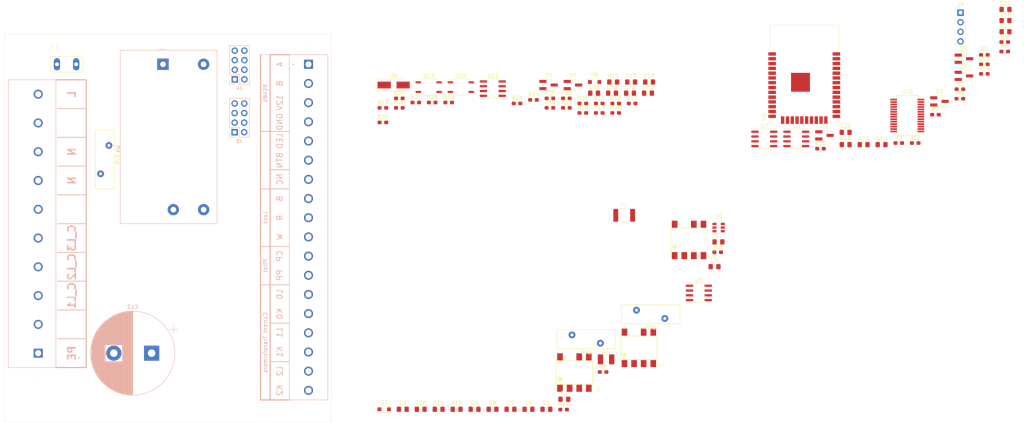
<source format=kicad_pcb>
(kicad_pcb (version 20171130) (host pcbnew "(5.1.5)-3")
  (layers (0 F.Cu signal) (31 B.Cu signal) (34 B.Paste user) (35 F.Paste user) (36 B.SilkS user) (37 F.SilkS user) (38 B.Mask user) (39 F.Mask user) (44 Edge.Cuts user))
  (net 0 "")
  (net 1 +12V)
  (net 2 GND)
  (net 3 "Net-(C2-Pad1)")
  (net 4 "Net-(C2-Pad2)")
  (net 5 -12V)
  (net 6 "Net-(C9-Pad2)")
  (net 7 "Net-(C9-Pad1)")
  (net 8 +3V3)
  (net 9 "Net-(C12-Pad1)")
  (net 10 "/Analog Section and Low Voltage Outputs/CP_to_relay")
  (net 11 "/ATmega4808 and Peripherals/EN")
  (net 12 "/ATmega4808 and Peripherals/CT0")
  (net 13 "/ATmega4808 and Peripherals/CT1")
  (net 14 "/ATmega4808 and Peripherals/CT2")
  (net 15 "Net-(C26-Pad2)")
  (net 16 "/ATmega4808 and Peripherals/Lock_R")
  (net 17 "/ATmega4808 and Peripherals/Lock_W")
  (net 18 "/ATmega4808 and Peripherals/Lock_State")
  (net 19 "/ATmega4808 and Peripherals/PP")
  (net 20 "/ATmega4808 and Peripherals/Button")
  (net 21 "/Analog Section and Low Voltage Outputs/12V_Fused")
  (net 22 "Net-(F2-Pad1)")
  (net 23 "/Mains and Power Circuitry/L")
  (net 24 "Net-(J1-Pad9)")
  (net 25 "/Mains and Power Circuitry/N")
  (net 26 "Net-(J1-Pad6)")
  (net 27 "/Mains and Power Circuitry/C_L3")
  (net 28 "/Mains and Power Circuitry/C_L2")
  (net 29 "/Mains and Power Circuitry/C_L1")
  (net 30 "Net-(J1-Pad2)")
  (net 31 "/Analog Section and Low Voltage Outputs/BIAS")
  (net 32 "/Analog Section and Low Voltage Outputs/CT2_L")
  (net 33 "/Analog Section and Low Voltage Outputs/CT1_L")
  (net 34 "/Analog Section and Low Voltage Outputs/CT0_L")
  (net 35 "/Analog Section and Low Voltage Outputs/PP_con")
  (net 36 "/Analog Section and Low Voltage Outputs/CP_con")
  (net 37 "/ATmega4808 and Peripherals/Lock_B")
  (net 38 "Net-(J2-Pad7)")
  (net 39 "Net-(J2-Pad6)")
  (net 40 "/ATmega4808 and Peripherals/LED")
  (net 41 "/ATmega4808 and Peripherals/RS485_B")
  (net 42 "/ATmega4808 and Peripherals/RS485_A")
  (net 43 "/ATmega4808 and Peripherals/ATmega_RX2")
  (net 44 "/ATmega4808 and Peripherals/ATmega_TX2")
  (net 45 "/ATmega4808 and Peripherals/ESP_IO12")
  (net 46 "/ATmega4808 and Peripherals/ESP_TX2")
  (net 47 "/ATmega4808 and Peripherals/ESP_RX2")
  (net 48 "/ATmega4808 and Peripherals/ATmega_RESET")
  (net 49 "/ATmega4808 and Peripherals/ATmega_RX0")
  (net 50 "/ATmega4808 and Peripherals/ATmega_TX0")
  (net 51 "/ATmega4808 and Peripherals/ATmega_UDPI")
  (net 52 "/ATmega4808 and Peripherals/ESP_RX0")
  (net 53 "/ATmega4808 and Peripherals/ESP_TX0")
  (net 54 "/ATmega4808 and Peripherals/IO0")
  (net 55 "Net-(Q1-Pad1)")
  (net 56 "Net-(R3-Pad1)")
  (net 57 "/ATmega4808 and Peripherals/SSR_L1")
  (net 58 "Net-(R8-Pad1)")
  (net 59 "Net-(R9-Pad1)")
  (net 60 "/ATmega4808 and Peripherals/SSR_L2")
  (net 61 "/ATmega4808 and Peripherals/SSR_L3")
  (net 62 "Net-(R10-Pad1)")
  (net 63 "Net-(R13-Pad1)")
  (net 64 "/ATmega4808 and Peripherals/CP")
  (net 65 "Net-(R14-Pad1)")
  (net 66 "Net-(R17-Pad1)")
  (net 67 "/ATmega4808 and Peripherals/Signal_Relay")
  (net 68 "Net-(R18-Pad2)")
  (net 69 "Net-(R20-Pad1)")
  (net 70 "/ATmega4808 and Peripherals/PWM_Out")
  (net 71 "/Analog Section and Low Voltage Outputs/PP_to_relay")
  (net 72 "Net-(R23-Pad1)")
  (net 73 "Net-(R35-Pad1)")
  (net 74 "Net-(U1-Pad5)")
  (net 75 "Net-(U2-Pad5)")
  (net 76 "Net-(U3-Pad5)")
  (net 77 "Net-(U5-Pad6)")
  (net 78 "Net-(U5-Pad7)")
  (net 79 "/ATmega4808 and Peripherals/RS485_TX")
  (net 80 "/ATmega4808 and Peripherals/RS485_XDIR")
  (net 81 "/ATmega4808 and Peripherals/RS485_RX")
  (net 82 "Net-(U8-Pad8)")
  (net 83 "/ATmega4808 and Peripherals/Lock_Drive_B")
  (net 84 "/ATmega4808 and Peripherals/Lock_Drive_A")
  (net 85 "Net-(U8-Pad1)")
  (net 86 "Net-(U9-Pad4)")
  (net 87 "Net-(U9-Pad5)")
  (net 88 "Net-(U9-Pad6)")
  (net 89 "Net-(U9-Pad7)")
  (net 90 "Net-(U9-Pad8)")
  (net 91 "Net-(U9-Pad9)")
  (net 92 "Net-(U9-Pad10)")
  (net 93 "Net-(U9-Pad11)")
  (net 94 "Net-(U9-Pad12)")
  (net 95 "Net-(U9-Pad13)")
  (net 96 "Net-(U9-Pad16)")
  (net 97 "Net-(U9-Pad17)")
  (net 98 "Net-(U9-Pad18)")
  (net 99 "Net-(U9-Pad19)")
  (net 100 "Net-(U9-Pad20)")
  (net 101 "Net-(U9-Pad21)")
  (net 102 "Net-(U9-Pad22)")
  (net 103 "Net-(U9-Pad23)")
  (net 104 "Net-(U9-Pad24)")
  (net 105 "Net-(U9-Pad26)")
  (net 106 "Net-(U9-Pad29)")
  (net 107 "Net-(U9-Pad30)")
  (net 108 "Net-(U9-Pad31)")
  (net 109 "Net-(U9-Pad32)")
  (net 110 "Net-(U9-Pad33)")
  (net 111 "Net-(U9-Pad36)")
  (net 112 "Net-(U9-Pad37)")
  (module Capacitor_SMD:C_0805_2012Metric_Pad1.15x1.40mm_HandSolder (layer F.Cu) (at 148.175001 96.715001)
    (fp_text reference C1 (at 0 -1.65) (layer F.SilkS))
    (fp_text value 10u16V)
    (pad 1 smd roundrect (at -1.025 0) (size 1.15 1.4) (layers F.Cu F.Paste F.Mask) (roundrect_rratio 0.217391) (net 1 +12V))
    (pad 2 smd roundrect (at 1.025 0) (size 1.15 1.4) (layers F.Cu F.Paste F.Mask) (roundrect_rratio 0.217391) (net 2 GND))
  )
  (module Capacitor_SMD:C_0805_2012Metric_Pad1.15x1.40mm_HandSolder (layer F.Cu) (at 188.935001 55.045001)
    (fp_text reference C2 (at 0 -1.65) (layer F.SilkS))
    (fp_text value 10u16V)
    (pad 1 smd roundrect (at -1.025 0) (size 1.15 1.4) (layers F.Cu F.Paste F.Mask) (roundrect_rratio 0.217391) (net 3 "Net-(C2-Pad1)"))
    (pad 2 smd roundrect (at 1.025 0) (size 1.15 1.4) (layers F.Cu F.Paste F.Mask) (roundrect_rratio 0.217391) (net 4 "Net-(C2-Pad2)"))
  )
  (module Capacitor_SMD:C_0805_2012Metric_Pad1.15x1.40mm_HandSolder (layer F.Cu) (at 105.425001 99.365001)
    (fp_text reference C3 (at 0 -1.65) (layer F.SilkS))
    (fp_text value 10u16V)
    (pad 2 smd roundrect (at 1.025 0) (size 1.15 1.4) (layers F.Cu F.Paste F.Mask) (roundrect_rratio 0.217391) (net 2 GND))
    (pad 1 smd roundrect (at -1.025 0) (size 1.15 1.4) (layers F.Cu F.Paste F.Mask) (roundrect_rratio 0.217391) (net 1 +12V))
  )
  (module Capacitor_SMD:C_0805_2012Metric_Pad1.15x1.40mm_HandSolder (layer F.Cu) (at 187.905001 61.595001)
    (fp_text reference C4 (at 0 -1.65) (layer F.SilkS))
    (fp_text value 100n)
    (pad 2 smd roundrect (at 1.025 0) (size 1.15 1.4) (layers F.Cu F.Paste F.Mask) (roundrect_rratio 0.217391) (net 2 GND))
    (pad 1 smd roundrect (at -1.025 0) (size 1.15 1.4) (layers F.Cu F.Paste F.Mask) (roundrect_rratio 0.217391) (net 1 +12V))
  )
  (module Capacitor_SMD:C_0805_2012Metric_Pad1.15x1.40mm_HandSolder (layer F.Cu) (at 143.425001 99.365001)
    (fp_text reference C5 (at 0 -1.65) (layer F.SilkS))
    (fp_text value 10u16V)
    (pad 1 smd roundrect (at -1.025 0) (size 1.15 1.4) (layers F.Cu F.Paste F.Mask) (roundrect_rratio 0.217391) (net 1 +12V))
    (pad 2 smd roundrect (at 1.025 0) (size 1.15 1.4) (layers F.Cu F.Paste F.Mask) (roundrect_rratio 0.217391) (net 2 GND))
  )
  (module Capacitor_SMD:C_0805_2012Metric_Pad1.15x1.40mm_HandSolder (layer F.Cu) (at 138.675001 99.365001)
    (fp_text reference C6 (at 0 -1.65) (layer F.SilkS))
    (fp_text value 10u16V)
    (pad 2 smd roundrect (at 1.025 0) (size 1.15 1.4) (layers F.Cu F.Paste F.Mask) (roundrect_rratio 0.217391) (net 2 GND))
    (pad 1 smd roundrect (at -1.025 0) (size 1.15 1.4) (layers F.Cu F.Paste F.Mask) (roundrect_rratio 0.217391) (net 1 +12V))
  )
  (module Capacitor_SMD:C_0805_2012Metric_Pad1.15x1.40mm_HandSolder (layer F.Cu) (at 133.925001 99.365001)
    (fp_text reference C7 (at 0 -1.65) (layer F.SilkS))
    (fp_text value 100n)
    (pad 1 smd roundrect (at -1.025 0) (size 1.15 1.4) (layers F.Cu F.Paste F.Mask) (roundrect_rratio 0.217391) (net 1 +12V))
    (pad 2 smd roundrect (at 1.025 0) (size 1.15 1.4) (layers F.Cu F.Paste F.Mask) (roundrect_rratio 0.217391) (net 2 GND))
  )
  (module Capacitor_SMD:C_0805_2012Metric_Pad1.15x1.40mm_HandSolder (layer F.Cu) (at 129.175001 99.365001)
    (fp_text reference C8 (at 0 -1.65) (layer F.SilkS))
    (fp_text value 10u16V)
    (pad 2 smd roundrect (at 1.025 0) (size 1.15 1.4) (layers F.Cu F.Paste F.Mask) (roundrect_rratio 0.217391) (net 2 GND))
    (pad 1 smd roundrect (at -1.025 0) (size 1.15 1.4) (layers F.Cu F.Paste F.Mask) (roundrect_rratio 0.217391) (net 5 -12V))
  )
  (module Capacitor_SMD:C_0805_2012Metric_Pad1.15x1.40mm_HandSolder (layer F.Cu) (at 124.425001 99.365001)
    (fp_text reference C9 (at 0 -1.65) (layer F.SilkS))
    (fp_text value 100n)
    (pad 2 smd roundrect (at 1.025 0) (size 1.15 1.4) (layers F.Cu F.Paste F.Mask) (roundrect_rratio 0.217391) (net 6 "Net-(C9-Pad2)"))
    (pad 1 smd roundrect (at -1.025 0) (size 1.15 1.4) (layers F.Cu F.Paste F.Mask) (roundrect_rratio 0.217391) (net 7 "Net-(C9-Pad1)"))
  )
  (module Capacitor_SMD:C_0805_2012Metric_Pad1.15x1.40mm_HandSolder (layer F.Cu) (at 119.675001 99.365001)
    (fp_text reference C10 (at 0 -1.65) (layer F.SilkS))
    (fp_text value 10u16V)
    (pad 1 smd roundrect (at -1.025 0) (size 1.15 1.4) (layers F.Cu F.Paste F.Mask) (roundrect_rratio 0.217391) (net 8 +3V3))
    (pad 2 smd roundrect (at 1.025 0) (size 1.15 1.4) (layers F.Cu F.Paste F.Mask) (roundrect_rratio 0.217391) (net 2 GND))
  )
  (module Capacitor_SMD:C_0805_2012Metric_Pad1.15x1.40mm_HandSolder (layer F.Cu) (at 114.925001 99.365001)
    (fp_text reference C11 (at 0 -1.65) (layer F.SilkS))
    (fp_text value 10u16V)
    (pad 2 smd roundrect (at 1.025 0) (size 1.15 1.4) (layers F.Cu F.Paste F.Mask) (roundrect_rratio 0.217391) (net 2 GND))
    (pad 1 smd roundrect (at -1.025 0) (size 1.15 1.4) (layers F.Cu F.Paste F.Mask) (roundrect_rratio 0.217391) (net 8 +3V3))
  )
  (module Capacitor_THT:CP_Radial_D22.0mm_P10.00mm_SnapIn (layer B.Cu) (at 39 84.5 180)
    (fp_text reference C12 (at 5 12.25) (layer B.SilkS) (effects (justify mirror)))
    (fp_text value 10000u16V)
    (pad 1 thru_hole rect (at 0 0 180) (size 4 4) (drill 2) (layers *.Cu *.Mask) (net 9 "Net-(C12-Pad1)"))
    (pad 2 thru_hole circle (at 10 0 180) (size 4 4) (drill 2) (layers *.Cu *.Mask) (net 2 GND))
  )
  (module Capacitor_SMD:C_0805_2012Metric_Pad1.15x1.40mm_HandSolder (layer F.Cu) (at 227.335001 29.275001)
    (fp_text reference C13 (at 0 -1.65) (layer F.SilkS))
    (fp_text value 100n)
    (pad 1 smd roundrect (at -1.025 0) (size 1.15 1.4) (layers F.Cu F.Paste F.Mask) (roundrect_rratio 0.217391) (net 9 "Net-(C12-Pad1)"))
    (pad 2 smd roundrect (at 1.025 0) (size 1.15 1.4) (layers F.Cu F.Paste F.Mask) (roundrect_rratio 0.217391) (net 2 GND))
  )
  (module Capacitor_SMD:C_0805_2012Metric_Pad1.15x1.40mm_HandSolder (layer F.Cu) (at 222.585001 29.275001)
    (fp_text reference C14 (at 0 -1.65) (layer F.SilkS))
    (fp_text value 100n)
    (pad 2 smd roundrect (at 1.025 0) (size 1.15 1.4) (layers F.Cu F.Paste F.Mask) (roundrect_rratio 0.217391) (net 2 GND))
    (pad 1 smd roundrect (at -1.025 0) (size 1.15 1.4) (layers F.Cu F.Paste F.Mask) (roundrect_rratio 0.217391) (net 8 +3V3))
  )
  (module Capacitor_SMD:C_0805_2012Metric_Pad1.15x1.40mm_HandSolder (layer F.Cu) (at 232.085001 29.275001)
    (fp_text reference C15 (at 0 -1.65) (layer F.SilkS))
    (fp_text value 100n)
    (pad 1 smd roundrect (at -1.025 0) (size 1.15 1.4) (layers F.Cu F.Paste F.Mask) (roundrect_rratio 0.217391) (net 2 GND))
    (pad 2 smd roundrect (at 1.025 0) (size 1.15 1.4) (layers F.Cu F.Paste F.Mask) (roundrect_rratio 0.217391) (net 8 +3V3))
  )
  (module Capacitor_SMD:C_0805_2012Metric_Pad1.15x1.40mm_HandSolder (layer F.Cu) (at 264.865001 -3.574999)
    (fp_text reference C16 (at 0 -1.65) (layer F.SilkS))
    (fp_text value "100u / 6.3V")
    (pad 2 smd roundrect (at 1.025 0) (size 1.15 1.4) (layers F.Cu F.Paste F.Mask) (roundrect_rratio 0.217391) (net 2 GND))
    (pad 1 smd roundrect (at -1.025 0) (size 1.15 1.4) (layers F.Cu F.Paste F.Mask) (roundrect_rratio 0.217391) (net 8 +3V3))
  )
  (module Capacitor_SMD:C_0805_2012Metric_Pad1.15x1.40mm_HandSolder (layer F.Cu) (at 264.865001 -0.624999)
    (fp_text reference C17 (at 0 -1.65) (layer F.SilkS))
    (fp_text value 100n)
    (pad 2 smd roundrect (at 1.025 0) (size 1.15 1.4) (layers F.Cu F.Paste F.Mask) (roundrect_rratio 0.217391) (net 8 +3V3))
    (pad 1 smd roundrect (at -1.025 0) (size 1.15 1.4) (layers F.Cu F.Paste F.Mask) (roundrect_rratio 0.217391) (net 2 GND))
  )
  (module Capacitor_SMD:C_0805_2012Metric_Pad1.15x1.40mm_HandSolder (layer F.Cu) (at 170.595001 12.695001)
    (fp_text reference C18 (at 0 -1.65) (layer F.SilkS))
    (fp_text value 100n)
    (pad 2 smd roundrect (at 1.025 0) (size 1.15 1.4) (layers F.Cu F.Paste F.Mask) (roundrect_rratio 0.217391) (net 2 GND))
    (pad 1 smd roundrect (at -1.025 0) (size 1.15 1.4) (layers F.Cu F.Paste F.Mask) (roundrect_rratio 0.217391) (net 5 -12V))
  )
  (module Capacitor_SMD:C_0805_2012Metric_Pad1.15x1.40mm_HandSolder (layer F.Cu) (at 160.795001 15.645001)
    (fp_text reference C19 (at 0 -1.65) (layer F.SilkS))
    (fp_text value 270p)
    (pad 1 smd roundrect (at -1.025 0) (size 1.15 1.4) (layers F.Cu F.Paste F.Mask) (roundrect_rratio 0.217391) (net 10 "/Analog Section and Low Voltage Outputs/CP_to_relay"))
    (pad 2 smd roundrect (at 1.025 0) (size 1.15 1.4) (layers F.Cu F.Paste F.Mask) (roundrect_rratio 0.217391) (net 2 GND))
  )
  (module Capacitor_SMD:C_0805_2012Metric_Pad1.15x1.40mm_HandSolder (layer F.Cu) (at 165.545001 15.645001)
    (fp_text reference C20 (at 0 -1.65) (layer F.SilkS))
    (fp_text value 100n)
    (pad 1 smd roundrect (at -1.025 0) (size 1.15 1.4) (layers F.Cu F.Paste F.Mask) (roundrect_rratio 0.217391) (net 1 +12V))
    (pad 2 smd roundrect (at 1.025 0) (size 1.15 1.4) (layers F.Cu F.Paste F.Mask) (roundrect_rratio 0.217391) (net 2 GND))
  )
  (module Capacitor_SMD:C_0805_2012Metric_Pad1.15x1.40mm_HandSolder (layer F.Cu) (at 264.865001 -6.524999)
    (fp_text reference C21 (at 0 -1.65) (layer F.SilkS))
    (fp_text value "1n / 50V")
    (pad 1 smd roundrect (at -1.025 0) (size 1.15 1.4) (layers F.Cu F.Paste F.Mask) (roundrect_rratio 0.217391) (net 11 "/ATmega4808 and Peripherals/EN"))
    (pad 2 smd roundrect (at 1.025 0) (size 1.15 1.4) (layers F.Cu F.Paste F.Mask) (roundrect_rratio 0.217391) (net 2 GND))
  )
  (module Capacitor_SMD:C_0805_2012Metric_Pad1.15x1.40mm_HandSolder (layer F.Cu) (at 222.585001 26.025001)
    (fp_text reference C22 (at 0 -1.65) (layer F.SilkS))
    (fp_text value "1u / 10V")
    (pad 1 smd roundrect (at -1.025 0) (size 1.15 1.4) (layers F.Cu F.Paste F.Mask) (roundrect_rratio 0.217391) (net 8 +3V3))
    (pad 2 smd roundrect (at 1.025 0) (size 1.15 1.4) (layers F.Cu F.Paste F.Mask) (roundrect_rratio 0.217391) (net 2 GND))
  )
  (module Capacitor_SMD:C_0805_2012Metric_Pad1.15x1.40mm_HandSolder (layer F.Cu) (at 165.845001 12.695001)
    (fp_text reference C23 (at 0 -1.65) (layer F.SilkS))
    (fp_text value 100n)
    (pad 2 smd roundrect (at 1.025 0) (size 1.15 1.4) (layers F.Cu F.Paste F.Mask) (roundrect_rratio 0.217391) (net 2 GND))
    (pad 1 smd roundrect (at -1.025 0) (size 1.15 1.4) (layers F.Cu F.Paste F.Mask) (roundrect_rratio 0.217391) (net 12 "/ATmega4808 and Peripherals/CT0"))
  )
  (module Capacitor_SMD:C_0805_2012Metric_Pad1.15x1.40mm_HandSolder (layer F.Cu) (at 156.045001 15.645001)
    (fp_text reference C24 (at 0 -1.65) (layer F.SilkS))
    (fp_text value 100n)
    (pad 1 smd roundrect (at -1.025 0) (size 1.15 1.4) (layers F.Cu F.Paste F.Mask) (roundrect_rratio 0.217391) (net 13 "/ATmega4808 and Peripherals/CT1"))
    (pad 2 smd roundrect (at 1.025 0) (size 1.15 1.4) (layers F.Cu F.Paste F.Mask) (roundrect_rratio 0.217391) (net 2 GND))
  )
  (module Capacitor_SMD:C_0805_2012Metric_Pad1.15x1.40mm_HandSolder (layer F.Cu) (at 170.295001 15.645001)
    (fp_text reference C25 (at 0 -1.65) (layer F.SilkS))
    (fp_text value 100n)
    (pad 1 smd roundrect (at -1.025 0) (size 1.15 1.4) (layers F.Cu F.Paste F.Mask) (roundrect_rratio 0.217391) (net 14 "/ATmega4808 and Peripherals/CT2"))
    (pad 2 smd roundrect (at 1.025 0) (size 1.15 1.4) (layers F.Cu F.Paste F.Mask) (roundrect_rratio 0.217391) (net 2 GND))
  )
  (module Capacitor_SMD:C_0805_2012Metric_Pad1.15x1.40mm_HandSolder (layer F.Cu) (at 110.175001 99.365001)
    (fp_text reference C26 (at 0 -1.65) (layer F.SilkS))
    (fp_text value 100p)
    (pad 2 smd roundrect (at 1.025 0) (size 1.15 1.4) (layers F.Cu F.Paste F.Mask) (roundrect_rratio 0.217391) (net 15 "Net-(C26-Pad2)"))
    (pad 1 smd roundrect (at -1.025 0) (size 1.15 1.4) (layers F.Cu F.Paste F.Mask) (roundrect_rratio 0.217391) (net 8 +3V3))
  )
  (module Diode_SMD:D_SOD-323_HandSoldering (layer F.Cu) (at 100.525001 99.365001)
    (fp_text reference D1 (at 0 -1.85) (layer F.SilkS))
    (fp_text value PMEG4010BEA)
    (pad 2 smd rect (at 1.25 0) (size 1 1) (layers F.Cu F.Paste F.Mask) (net 2 GND))
    (pad 1 smd rect (at -1.25 0) (size 1 1) (layers F.Cu F.Paste F.Mask) (net 7 "Net-(C9-Pad1)"))
  )
  (module Package_TO_SOT_SMD:SOT-23_Handsoldering (layer F.Cu) (at 216.985001 26.825001)
    (fp_text reference D2 (at 0 -2.5) (layer F.SilkS))
    (fp_text value BAT54S)
    (pad 1 smd rect (at -1.5 -0.95) (size 1.9 0.8) (layers F.Cu F.Paste F.Mask) (net 2 GND))
    (pad 2 smd rect (at -1.5 0.95) (size 1.9 0.8) (layers F.Cu F.Paste F.Mask) (net 9 "Net-(C12-Pad1)"))
    (pad 3 smd rect (at 1.5 0) (size 1.9 0.8) (layers F.Cu F.Paste F.Mask) (net 16 "/ATmega4808 and Peripherals/Lock_R"))
  )
  (module Package_TO_SOT_SMD:SOT-23_Handsoldering (layer F.Cu) (at 247.385001 17.825001)
    (fp_text reference D3 (at 0 -2.5) (layer F.SilkS))
    (fp_text value BAT54S)
    (pad 3 smd rect (at 1.5 0) (size 1.9 0.8) (layers F.Cu F.Paste F.Mask) (net 17 "/ATmega4808 and Peripherals/Lock_W"))
    (pad 2 smd rect (at -1.5 0.95) (size 1.9 0.8) (layers F.Cu F.Paste F.Mask) (net 9 "Net-(C12-Pad1)"))
    (pad 1 smd rect (at -1.5 -0.95) (size 1.9 0.8) (layers F.Cu F.Paste F.Mask) (net 2 GND))
  )
  (module Package_TO_SOT_SMD:SOT-23_Handsoldering (layer F.Cu) (at 253.865001 11.075001)
    (fp_text reference D4 (at 0 -2.5) (layer F.SilkS))
    (fp_text value BAT54S)
    (pad 1 smd rect (at -1.5 -0.95) (size 1.9 0.8) (layers F.Cu F.Paste F.Mask) (net 2 GND))
    (pad 2 smd rect (at -1.5 0.95) (size 1.9 0.8) (layers F.Cu F.Paste F.Mask) (net 8 +3V3))
    (pad 3 smd rect (at 1.5 0) (size 1.9 0.8) (layers F.Cu F.Paste F.Mask) (net 18 "/ATmega4808 and Peripherals/Lock_State"))
  )
  (module Package_TO_SOT_SMD:SOT-23_Handsoldering (layer F.Cu) (at 143.995001 13.495001)
    (fp_text reference D5 (at 0 -2.5) (layer F.SilkS))
    (fp_text value BAT54S)
    (pad 3 smd rect (at 1.5 0) (size 1.9 0.8) (layers F.Cu F.Paste F.Mask) (net 19 "/ATmega4808 and Peripherals/PP"))
    (pad 2 smd rect (at -1.5 0.95) (size 1.9 0.8) (layers F.Cu F.Paste F.Mask) (net 8 +3V3))
    (pad 1 smd rect (at -1.5 -0.95) (size 1.9 0.8) (layers F.Cu F.Paste F.Mask) (net 2 GND))
  )
  (module Diode_SMD:D_SMA_Handsoldering (layer F.Cu) (at 103.025001 13.495001)
    (fp_text reference D6 (at 0 -2.5) (layer F.SilkS))
    (fp_text value SMAJ13CA)
    (pad 1 smd rect (at -2.5 0) (size 3.5 1.8) (layers F.Cu F.Paste F.Mask) (net 10 "/Analog Section and Low Voltage Outputs/CP_to_relay"))
    (pad 2 smd rect (at 2.5 0) (size 3.5 1.8) (layers F.Cu F.Paste F.Mask) (net 2 GND))
  )
  (module Package_TO_SOT_SMD:SOT-23_Handsoldering (layer F.Cu) (at 150.445001 13.495001)
    (fp_text reference D7 (at 0 -2.5) (layer F.SilkS))
    (fp_text value BAT54S)
    (pad 1 smd rect (at -1.5 -0.95) (size 1.9 0.8) (layers F.Cu F.Paste F.Mask) (net 2 GND))
    (pad 2 smd rect (at -1.5 0.95) (size 1.9 0.8) (layers F.Cu F.Paste F.Mask) (net 8 +3V3))
    (pad 3 smd rect (at 1.5 0) (size 1.9 0.8) (layers F.Cu F.Paste F.Mask) (net 20 "/ATmega4808 and Peripherals/Button"))
  )
  (module Diode_SMD:D_SOD-323_HandSoldering (layer F.Cu) (at 156.195001 12.695001)
    (fp_text reference D8 (at 0 -1.85) (layer F.SilkS))
    (fp_text value "3.3V Zener")
    (pad 1 smd rect (at -1.25 0) (size 1 1) (layers F.Cu F.Paste F.Mask) (net 20 "/ATmega4808 and Peripherals/Button"))
    (pad 2 smd rect (at 1.25 0) (size 1 1) (layers F.Cu F.Paste F.Mask) (net 2 GND))
  )
  (module Fuse:Fuse_1812_4532Metric_Pad1.30x3.40mm_HandSolder (layer F.Cu) (at 164 48)
    (fp_text reference F1 (at 0 -2.65) (layer F.SilkS))
    (fp_text value "FSMD020 ")
    (pad 1 smd roundrect (at -2.225 0) (size 1.3 3.4) (layers F.Cu F.Paste F.Mask) (roundrect_rratio 0.192308) (net 1 +12V))
    (pad 2 smd roundrect (at 2.225 0) (size 1.3 3.4) (layers F.Cu F.Paste F.Mask) (roundrect_rratio 0.192308) (net 21 "/Analog Section and Low Voltage Outputs/12V_Fused"))
  )
  (module smartevse-footprints:TE5 (layer F.Cu) (at 16.5 8 180)
    (fp_text reference F2 (at 1.953 3.778 180) (layer F.SilkS) (effects (font (size 1.2065 1.2065) (thickness 0.12065)) (justify right bottom)))
    (fp_text value T1.25A)
    (pad 1 thru_hole oval (at -2.54 0 270) (size 3.2512 1.6256) (drill 1.016) (layers *.Cu *.Mask) (net 22 "Net-(F2-Pad1)"))
    (pad 2 thru_hole oval (at 2.54 0 270) (size 3.2512 1.6256) (drill 1.016) (layers *.Cu *.Mask) (net 23 "/Mains and Power Circuitry/L"))
  )
  (module atmevse-footprints:CUI_TB005-762-10GR (layer B.Cu) (at 9 84.5 90)
    (fp_text reference J1 (at -7.62 0) (layer B.SilkS) (effects (font (size 1.4 1.4) (thickness 0.015)) (justify mirror)))
    (fp_text value Screw_Terminal_01x10)
    (fp_text user PE (at 0 8.89 -90) (layer B.SilkS) (effects (font (size 2 2) (thickness 0.4)) (justify mirror)))
    (fp_text user C_L1 (at 15.24 8.89 -90) (layer B.SilkS) (effects (font (size 2 2) (thickness 0.4)) (justify mirror)))
    (fp_text user C_L2 (at 22.86 8.89 -90) (layer B.SilkS) (effects (font (size 2 2) (thickness 0.4)) (justify mirror)))
    (fp_text user C_L3 (at 30.48 8.89 -90) (layer B.SilkS) (effects (font (size 2 2) (thickness 0.4)) (justify mirror)))
    (fp_text user N (at 45.72 8.89 -90) (layer B.SilkS) (effects (font (size 2 2) (thickness 0.4)) (justify mirror)))
    (fp_text user N (at 53.34 8.89 -90) (layer B.SilkS) (effects (font (size 2 2) (thickness 0.4)) (justify mirror)))
    (fp_text user L (at 68.58 8.89 -90) (layer B.SilkS) (effects (font (size 2 2) (thickness 0.4)) (justify mirror)))
    (pad 10 thru_hole circle (at 68.58 0 90) (size 2.4 2.4) (drill 1.6) (layers *.Cu *.Mask) (net 23 "/Mains and Power Circuitry/L"))
    (pad 9 thru_hole circle (at 60.96 0 90) (size 2.4 2.4) (drill 1.6) (layers *.Cu *.Mask) (net 24 "Net-(J1-Pad9)"))
    (pad 8 thru_hole circle (at 53.34 0 90) (size 2.4 2.4) (drill 1.6) (layers *.Cu *.Mask) (net 25 "/Mains and Power Circuitry/N"))
    (pad 7 thru_hole circle (at 45.72 0 90) (size 2.4 2.4) (drill 1.6) (layers *.Cu *.Mask) (net 25 "/Mains and Power Circuitry/N"))
    (pad 6 thru_hole circle (at 38.1 0 90) (size 2.4 2.4) (drill 1.6) (layers *.Cu *.Mask) (net 26 "Net-(J1-Pad6)"))
    (pad 5 thru_hole circle (at 30.48 0 90) (size 2.4 2.4) (drill 1.6) (layers *.Cu *.Mask) (net 27 "/Mains and Power Circuitry/C_L3"))
    (pad 4 thru_hole circle (at 22.86 0 90) (size 2.4 2.4) (drill 1.6) (layers *.Cu *.Mask) (net 28 "/Mains and Power Circuitry/C_L2"))
    (pad 3 thru_hole circle (at 15.24 0 90) (size 2.4 2.4) (drill 1.6) (layers *.Cu *.Mask) (net 29 "/Mains and Power Circuitry/C_L1"))
    (pad 2 thru_hole circle (at 7.62 0 90) (size 2.4 2.4) (drill 1.6) (layers *.Cu *.Mask) (net 30 "Net-(J1-Pad2)"))
    (pad 1 thru_hole rect (at 0 0 90) (size 2.4 2.4) (drill 1.6) (layers *.Cu *.Mask) (net 2 GND))
  )
  (module atmevse-footprints:CUI_TB004-508-18BE (layer B.Cu) (at 80.5 8 270)
    (fp_text reference J2 (at -5.08 0 180) (layer B.SilkS) (effects (font (size 1.4 1.4) (thickness 0.015)) (justify mirror)))
    (fp_text value Screw_Terminal_01x18)
    (fp_text user A (at 0 7.62 270) (layer B.SilkS) (effects (font (size 1.5 1.5) (thickness 0.2)) (justify mirror)))
    (fp_text user B (at 5.08 7.62 270) (layer B.SilkS) (effects (font (size 1.5 1.5) (thickness 0.2)) (justify mirror)))
    (fp_text user 12V (at 10.16 7.62 270) (layer B.SilkS) (effects (font (size 1.5 1.5) (thickness 0.2)) (justify mirror)))
    (fp_text user GND (at 15.24 7.62 270) (layer B.SilkS) (effects (font (size 1.5 1.5) (thickness 0.2)) (justify mirror)))
    (fp_text user LED (at 20.32 7.62 270) (layer B.SilkS) (effects (font (size 1.5 1.5) (thickness 0.2)) (justify mirror)))
    (fp_text user BTN (at 25.4 7.62 270) (layer B.SilkS) (effects (font (size 1.5 1.5) (thickness 0.2)) (justify mirror)))
    (fp_text user NC (at 30.48 7.62 270) (layer B.SilkS) (effects (font (size 1.5 1.5) (thickness 0.2)) (justify mirror)))
    (fp_text user B (at 35.56 7.62 270) (layer B.SilkS) (effects (font (size 1.5 1.5) (thickness 0.2)) (justify mirror)))
    (fp_text user R (at 40.64 7.62 270) (layer B.SilkS) (effects (font (size 1.5 1.5) (thickness 0.2)) (justify mirror)))
    (fp_text user W (at 45.72 7.62 270) (layer B.SilkS) (effects (font (size 1.5 1.5) (thickness 0.2)) (justify mirror)))
    (fp_text user CP (at 50.8 7.62 270) (layer B.SilkS) (effects (font (size 1.5 1.5) (thickness 0.2)) (justify mirror)))
    (fp_text user PP (at 55.88 7.62 270) (layer B.SilkS) (effects (font (size 1.5 1.5) (thickness 0.2)) (justify mirror)))
    (fp_text user L0 (at 60.96 7.62 270) (layer B.SilkS) (effects (font (size 1.5 1.5) (thickness 0.2)) (justify mirror)))
    (fp_text user K0 (at 66.04 7.62 270) (layer B.SilkS) (effects (font (size 1.5 1.5) (thickness 0.2)) (justify mirror)))
    (fp_text user L1 (at 71.12 7.62 270) (layer B.SilkS) (effects (font (size 1.5 1.5) (thickness 0.2)) (justify mirror)))
    (fp_text user K1 (at 76.2 7.62 270) (layer B.SilkS) (effects (font (size 1.5 1.5) (thickness 0.2)) (justify mirror)))
    (fp_text user L2 (at 81.28 7.62 270) (layer B.SilkS) (effects (font (size 1.5 1.5) (thickness 0.2)) (justify mirror)))
    (fp_text user K2 (at 86.36 7.62 270) (layer B.SilkS) (effects (font (size 1.5 1.5) (thickness 0.2)) (justify mirror)))
    (fp_text user RS485 (at 7.62 11.43 270) (layer B.SilkS) (effects (justify mirror)))
    (fp_text user Lock (at 40.64 11.43 270) (layer B.SilkS) (effects (justify mirror)))
    (fp_text user Pilot (at 53.34 11.43 270) (layer B.SilkS) (effects (justify mirror)))
    (fp_text user "Current Transformers" (at 73.66 11.43 270) (layer B.SilkS) (effects (justify mirror)))
    (pad 18 thru_hole circle (at 86.36 0 270) (size 2.4 2.4) (drill 1.6) (layers *.Cu *.Mask) (net 31 "/Analog Section and Low Voltage Outputs/BIAS"))
    (pad 17 thru_hole circle (at 81.28 0 270) (size 2.4 2.4) (drill 1.6) (layers *.Cu *.Mask) (net 32 "/Analog Section and Low Voltage Outputs/CT2_L"))
    (pad 16 thru_hole circle (at 76.2 0 270) (size 2.4 2.4) (drill 1.6) (layers *.Cu *.Mask) (net 31 "/Analog Section and Low Voltage Outputs/BIAS"))
    (pad 15 thru_hole circle (at 71.12 0 270) (size 2.4 2.4) (drill 1.6) (layers *.Cu *.Mask) (net 33 "/Analog Section and Low Voltage Outputs/CT1_L"))
    (pad 14 thru_hole circle (at 66.04 0 270) (size 2.4 2.4) (drill 1.6) (layers *.Cu *.Mask) (net 31 "/Analog Section and Low Voltage Outputs/BIAS"))
    (pad 13 thru_hole circle (at 60.96 0 270) (size 2.4 2.4) (drill 1.6) (layers *.Cu *.Mask) (net 34 "/Analog Section and Low Voltage Outputs/CT0_L"))
    (pad 12 thru_hole circle (at 55.88 0 270) (size 2.4 2.4) (drill 1.6) (layers *.Cu *.Mask) (net 35 "/Analog Section and Low Voltage Outputs/PP_con"))
    (pad 11 thru_hole circle (at 50.8 0 270) (size 2.4 2.4) (drill 1.6) (layers *.Cu *.Mask) (net 36 "/Analog Section and Low Voltage Outputs/CP_con"))
    (pad 10 thru_hole circle (at 45.72 0 270) (size 2.4 2.4) (drill 1.6) (layers *.Cu *.Mask) (net 17 "/ATmega4808 and Peripherals/Lock_W"))
    (pad 9 thru_hole circle (at 40.64 0 270) (size 2.4 2.4) (drill 1.6) (layers *.Cu *.Mask) (net 16 "/ATmega4808 and Peripherals/Lock_R"))
    (pad 8 thru_hole circle (at 35.56 0 270) (size 2.4 2.4) (drill 1.6) (layers *.Cu *.Mask) (net 37 "/ATmega4808 and Peripherals/Lock_B"))
    (pad 7 thru_hole circle (at 30.48 0 270) (size 2.4 2.4) (drill 1.6) (layers *.Cu *.Mask) (net 38 "Net-(J2-Pad7)"))
    (pad 6 thru_hole circle (at 25.4 0 270) (size 2.4 2.4) (drill 1.6) (layers *.Cu *.Mask) (net 39 "Net-(J2-Pad6)"))
    (pad 5 thru_hole circle (at 20.32 0 270) (size 2.4 2.4) (drill 1.6) (layers *.Cu *.Mask) (net 40 "/ATmega4808 and Peripherals/LED"))
    (pad 4 thru_hole circle (at 15.24 0 270) (size 2.4 2.4) (drill 1.6) (layers *.Cu *.Mask) (net 2 GND))
    (pad 3 thru_hole circle (at 10.16 0 270) (size 2.4 2.4) (drill 1.6) (layers *.Cu *.Mask) (net 21 "/Analog Section and Low Voltage Outputs/12V_Fused"))
    (pad 2 thru_hole circle (at 5.08 0 270) (size 2.4 2.4) (drill 1.6) (layers *.Cu *.Mask) (net 41 "/ATmega4808 and Peripherals/RS485_B"))
    (pad 1 thru_hole rect (at 0 0 270) (size 2.4 2.4) (drill 1.6) (layers *.Cu *.Mask) (net 42 "/ATmega4808 and Peripherals/RS485_A"))
  )
  (module Connector_PinHeader_2.54mm:PinHeader_1x04_P2.54mm_Vertical (layer F.Cu) (at 252.965001 -5.674999)
    (fp_text reference J3 (at 0 -2.33) (layer F.SilkS))
    (fp_text value Conn_01x04)
    (pad 1 thru_hole rect (at 0 0) (size 1.7 1.7) (drill 1) (layers *.Cu *.Mask) (net 1 +12V))
    (pad 2 thru_hole oval (at 0 2.54) (size 1.7 1.7) (drill 1) (layers *.Cu *.Mask) (net 43 "/ATmega4808 and Peripherals/ATmega_RX2"))
    (pad 3 thru_hole oval (at 0 5.08) (size 1.7 1.7) (drill 1) (layers *.Cu *.Mask) (net 44 "/ATmega4808 and Peripherals/ATmega_TX2"))
    (pad 4 thru_hole oval (at 0 7.62) (size 1.7 1.7) (drill 1) (layers *.Cu *.Mask) (net 2 GND))
  )
  (module Connector_PinHeader_2.54mm:PinHeader_2x04_P2.54mm_Vertical (layer B.Cu) (at 61 12)
    (fp_text reference J4 (at 1.27 2.33) (layer B.SilkS) (effects (justify mirror)))
    (fp_text value Conn_02x04_Top_Bottom)
    (pad 8 thru_hole oval (at 2.54 -7.62) (size 1.7 1.7) (drill 1) (layers *.Cu *.Mask) (net 45 "/ATmega4808 and Peripherals/ESP_IO12"))
    (pad 7 thru_hole oval (at 0 -7.62) (size 1.7 1.7) (drill 1) (layers *.Cu *.Mask) (net 46 "/ATmega4808 and Peripherals/ESP_TX2"))
    (pad 6 thru_hole oval (at 2.54 -5.08) (size 1.7 1.7) (drill 1) (layers *.Cu *.Mask) (net 47 "/ATmega4808 and Peripherals/ESP_RX2"))
    (pad 5 thru_hole oval (at 0 -5.08) (size 1.7 1.7) (drill 1) (layers *.Cu *.Mask) (net 2 GND))
    (pad 4 thru_hole oval (at 2.54 -2.54) (size 1.7 1.7) (drill 1) (layers *.Cu *.Mask) (net 48 "/ATmega4808 and Peripherals/ATmega_RESET"))
    (pad 3 thru_hole oval (at 0 -2.54) (size 1.7 1.7) (drill 1) (layers *.Cu *.Mask) (net 49 "/ATmega4808 and Peripherals/ATmega_RX0"))
    (pad 2 thru_hole oval (at 2.54 0) (size 1.7 1.7) (drill 1) (layers *.Cu *.Mask) (net 50 "/ATmega4808 and Peripherals/ATmega_TX0"))
    (pad 1 thru_hole rect (at 0 0) (size 1.7 1.7) (drill 1) (layers *.Cu *.Mask) (net 2 GND))
  )
  (module Connector_PinHeader_2.54mm:PinHeader_2x04_P2.54mm_Vertical (layer B.Cu) (at 60.96 26)
    (fp_text reference J5 (at 1.27 2.33) (layer B.SilkS) (effects (justify mirror)))
    (fp_text value Conn_02x04_Top_Bottom)
    (pad 1 thru_hole rect (at 0 0) (size 1.7 1.7) (drill 1) (layers *.Cu *.Mask) (net 51 "/ATmega4808 and Peripherals/ATmega_UDPI"))
    (pad 2 thru_hole oval (at 2.54 0) (size 1.7 1.7) (drill 1) (layers *.Cu *.Mask) (net 52 "/ATmega4808 and Peripherals/ESP_RX0"))
    (pad 3 thru_hole oval (at 0 -2.54) (size 1.7 1.7) (drill 1) (layers *.Cu *.Mask) (net 53 "/ATmega4808 and Peripherals/ESP_TX0"))
    (pad 4 thru_hole oval (at 2.54 -2.54) (size 1.7 1.7) (drill 1) (layers *.Cu *.Mask) (net 8 +3V3))
    (pad 5 thru_hole oval (at 0 -5.08) (size 1.7 1.7) (drill 1) (layers *.Cu *.Mask) (net 2 GND))
    (pad 6 thru_hole oval (at 2.54 -5.08) (size 1.7 1.7) (drill 1) (layers *.Cu *.Mask) (net 11 "/ATmega4808 and Peripherals/EN"))
    (pad 7 thru_hole oval (at 0 -7.62) (size 1.7 1.7) (drill 1) (layers *.Cu *.Mask) (net 54 "/ATmega4808 and Peripherals/IO0"))
    (pad 8 thru_hole oval (at 2.54 -7.62) (size 1.7 1.7) (drill 1) (layers *.Cu *.Mask) (net 8 +3V3))
  )
  (module Inductor_SMD:L_1210_3225Metric_Pad1.42x2.65mm_HandSolder (layer F.Cu) (at 159.215001 86.145001)
    (fp_text reference L1 (at 0 -2.28) (layer F.SilkS))
    (fp_text value 3.3u)
    (pad 1 smd roundrect (at -1.4875 0) (size 1.425 2.65) (layers F.Cu F.Paste F.Mask) (roundrect_rratio 0.175439) (net 7 "Net-(C9-Pad1)"))
    (pad 2 smd roundrect (at 1.4875 0) (size 1.425 2.65) (layers F.Cu F.Paste F.Mask) (roundrect_rratio 0.175439) (net 8 +3V3))
  )
  (module Package_TO_SOT_SMD:SOT-23_Handsoldering (layer F.Cu) (at 253.865001 6.525001)
    (fp_text reference Q1 (at 0 -2.5) (layer F.SilkS))
    (fp_text value BSS138)
    (pad 3 smd rect (at 1.5 0) (size 1.9 0.8) (layers F.Cu F.Paste F.Mask) (net 40 "/ATmega4808 and Peripherals/LED"))
    (pad 2 smd rect (at -1.5 0.95) (size 1.9 0.8) (layers F.Cu F.Paste F.Mask) (net 2 GND))
    (pad 1 smd rect (at -1.5 -0.95) (size 1.9 0.8) (layers F.Cu F.Paste F.Mask) (net 55 "Net-(Q1-Pad1)"))
  )
  (module Resistor_SMD:R_0603_1608Metric_Pad1.05x0.95mm_HandSolder (layer F.Cu) (at 158.415001 89.505001)
    (fp_text reference R1 (at 0 -1.43) (layer F.SilkS))
    (fp_text value 31.6k)
    (pad 1 smd roundrect (at -0.875 0) (size 1.05 0.95) (layers F.Cu F.Paste F.Mask) (net 8 +3V3))
    (pad 2 smd roundrect (at 0.875 0) (size 1.05 0.95) (layers F.Cu F.Paste F.Mask) (net 15 "Net-(C26-Pad2)"))
  )
  (module Resistor_SMD:R_0603_1608Metric_Pad1.05x0.95mm_HandSolder (layer F.Cu) (at 188.735001 57.775001)
    (fp_text reference R2 (at 0 -1.43) (layer F.SilkS))
    (fp_text value 10k)
    (pad 2 smd roundrect (at 0.875 0) (size 1.05 0.95) (layers F.Cu F.Paste F.Mask) (net 2 GND))
    (pad 1 smd roundrect (at -0.875 0) (size 1.05 0.95) (layers F.Cu F.Paste F.Mask) (net 15 "Net-(C26-Pad2)"))
  )
  (module Resistor_SMD:R_0603_1608Metric_Pad1.05x0.95mm_HandSolder (layer F.Cu) (at 252.815001 14.605001)
    (fp_text reference R3 (at 0 -1.43) (layer F.SilkS))
    (fp_text value 100)
    (pad 2 smd roundrect (at 0.875 0) (size 1.05 0.95) (layers F.Cu F.Paste F.Mask) (net 1 +12V))
    (pad 1 smd roundrect (at -0.875 0) (size 1.05 0.95) (layers F.Cu F.Paste F.Mask) (net 56 "Net-(R3-Pad1)"))
  )
  (module Resistor_SMD:R_0603_1608Metric_Pad1.05x0.95mm_HandSolder (layer F.Cu) (at 236.635001 28.855001)
    (fp_text reference R4 (at 0 -1.43) (layer F.SilkS))
    (fp_text value 100)
    (pad 2 smd roundrect (at 0.875 0) (size 1.05 0.95) (layers F.Cu F.Paste F.Mask) (net 1 +12V))
    (pad 1 smd roundrect (at -0.875 0) (size 1.05 0.95) (layers F.Cu F.Paste F.Mask) (net 56 "Net-(R3-Pad1)"))
  )
  (module Resistor_SMD:R_0603_1608Metric_Pad1.05x0.95mm_HandSolder (layer F.Cu) (at 264.665001 2.105001)
    (fp_text reference R5 (at 0 -1.43) (layer F.SilkS))
    (fp_text value 100)
    (pad 1 smd roundrect (at -0.875 0) (size 1.05 0.95) (layers F.Cu F.Paste F.Mask) (net 9 "Net-(C12-Pad1)"))
    (pad 2 smd roundrect (at 0.875 0) (size 1.05 0.95) (layers F.Cu F.Paste F.Mask) (net 56 "Net-(R3-Pad1)"))
  )
  (module Resistor_SMD:R_0603_1608Metric_Pad1.05x0.95mm_HandSolder (layer F.Cu) (at 264.665001 4.615001)
    (fp_text reference R6 (at 0 -1.43) (layer F.SilkS))
    (fp_text value 100)
    (pad 2 smd roundrect (at 0.875 0) (size 1.05 0.95) (layers F.Cu F.Paste F.Mask) (net 56 "Net-(R3-Pad1)"))
    (pad 1 smd roundrect (at -0.875 0) (size 1.05 0.95) (layers F.Cu F.Paste F.Mask) (net 9 "Net-(C12-Pad1)"))
  )
  (module Resistor_SMD:R_0603_1608Metric_Pad1.05x0.95mm_HandSolder (layer F.Cu) (at 246.335001 21.355001)
    (fp_text reference R7 (at 0 -1.43) (layer F.SilkS))
    (fp_text value 10k)
    (pad 2 smd roundrect (at 0.875 0) (size 1.05 0.95) (layers F.Cu F.Paste F.Mask) (net 2 GND))
    (pad 1 smd roundrect (at -0.875 0) (size 1.05 0.95) (layers F.Cu F.Paste F.Mask) (net 55 "Net-(Q1-Pad1)"))
  )
  (module Resistor_SMD:R_0603_1608Metric_Pad1.05x0.95mm_HandSolder (layer F.Cu) (at 252.785001 17.115001)
    (fp_text reference R8 (at 0 -1.43) (layer F.SilkS))
    (fp_text value 100)
    (pad 2 smd roundrect (at 0.875 0) (size 1.05 0.95) (layers F.Cu F.Paste F.Mask) (net 57 "/ATmega4808 and Peripherals/SSR_L1"))
    (pad 1 smd roundrect (at -0.875 0) (size 1.05 0.95) (layers F.Cu F.Paste F.Mask) (net 58 "Net-(R8-Pad1)"))
  )
  (module Resistor_SMD:R_0603_1608Metric_Pad1.05x0.95mm_HandSolder (layer F.Cu) (at 259.265001 5.505001)
    (fp_text reference R9 (at 0 -1.43) (layer F.SilkS))
    (fp_text value 100)
    (pad 1 smd roundrect (at -0.875 0) (size 1.05 0.95) (layers F.Cu F.Paste F.Mask) (net 59 "Net-(R9-Pad1)"))
    (pad 2 smd roundrect (at 0.875 0) (size 1.05 0.95) (layers F.Cu F.Paste F.Mask) (net 60 "/ATmega4808 and Peripherals/SSR_L2"))
  )
  (module Resistor_SMD:R_0603_1608Metric_Pad1.05x0.95mm_HandSolder (layer F.Cu) (at 259.265001 10.525001)
    (fp_text reference R10 (at 0 -1.43) (layer F.SilkS))
    (fp_text value 100)
    (pad 2 smd roundrect (at 0.875 0) (size 1.05 0.95) (layers F.Cu F.Paste F.Mask) (net 61 "/ATmega4808 and Peripherals/SSR_L3"))
    (pad 1 smd roundrect (at -0.875 0) (size 1.05 0.95) (layers F.Cu F.Paste F.Mask) (net 62 "Net-(R10-Pad1)"))
  )
  (module Resistor_SMD:R_0603_1608Metric_Pad1.05x0.95mm_HandSolder (layer F.Cu) (at 259.265001 8.015001)
    (fp_text reference R11 (at 0 -1.43) (layer F.SilkS))
    (fp_text value 10k)
    (pad 2 smd roundrect (at 0.875 0) (size 1.05 0.95) (layers F.Cu F.Paste F.Mask) (net 2 GND))
    (pad 1 smd roundrect (at -0.875 0) (size 1.05 0.95) (layers F.Cu F.Paste F.Mask) (net 18 "/ATmega4808 and Peripherals/Lock_State"))
  )
  (module Resistor_SMD:R_0603_1608Metric_Pad1.05x0.95mm_HandSolder (layer F.Cu) (at 240.985001 28.855001)
    (fp_text reference R12 (at 0 -1.43) (layer F.SilkS))
    (fp_text value 31.6k)
    (pad 1 smd roundrect (at -0.875 0) (size 1.05 0.95) (layers F.Cu F.Paste F.Mask) (net 37 "/ATmega4808 and Peripherals/Lock_B"))
    (pad 2 smd roundrect (at 0.875 0) (size 1.05 0.95) (layers F.Cu F.Paste F.Mask) (net 18 "/ATmega4808 and Peripherals/Lock_State"))
  )
  (module Resistor_SMD:R_0805_2012Metric_Pad1.15x1.40mm_HandSolder (layer F.Cu) (at 161.095001 12.695001)
    (fp_text reference R13 (at 0 -1.65) (layer F.SilkS))
    (fp_text value 40.2k)
    (pad 1 smd roundrect (at -1.025 0) (size 1.15 1.4) (layers F.Cu F.Paste F.Mask) (roundrect_rratio 0.217391) (net 63 "Net-(R13-Pad1)"))
    (pad 2 smd roundrect (at 1.025 0) (size 1.15 1.4) (layers F.Cu F.Paste F.Mask) (roundrect_rratio 0.217391) (net 64 "/ATmega4808 and Peripherals/CP"))
  )
  (module Resistor_SMD:R_0603_1608Metric_Pad1.05x0.95mm_HandSolder (layer F.Cu) (at 147.975001 99.445001)
    (fp_text reference R14 (at 0 -1.43) (layer F.SilkS))
    (fp_text value 100k)
    (pad 1 smd roundrect (at -0.875 0) (size 1.05 0.95) (layers F.Cu F.Paste F.Mask) (net 65 "Net-(R14-Pad1)"))
    (pad 2 smd roundrect (at 0.875 0) (size 1.05 0.95) (layers F.Cu F.Paste F.Mask) (net 1 +12V))
  )
  (module Resistor_SMD:R_0603_1608Metric_Pad1.05x0.95mm_HandSolder (layer F.Cu) (at 157.405001 18.375001)
    (fp_text reference R15 (at 0 -1.43) (layer F.SilkS))
    (fp_text value 10k)
    (pad 2 smd roundrect (at 0.875 0) (size 1.05 0.95) (layers F.Cu F.Paste F.Mask) (net 64 "/ATmega4808 and Peripherals/CP"))
    (pad 1 smd roundrect (at -0.875 0) (size 1.05 0.95) (layers F.Cu F.Paste F.Mask) (net 8 +3V3))
  )
  (module Resistor_SMD:R_0603_1608Metric_Pad1.05x0.95mm_HandSolder (layer F.Cu) (at 161.755001 18.375001)
    (fp_text reference R16 (at 0 -1.43) (layer F.SilkS))
    (fp_text value 15k)
    (pad 1 smd roundrect (at -0.875 0) (size 1.05 0.95) (layers F.Cu F.Paste F.Mask) (net 64 "/ATmega4808 and Peripherals/CP"))
    (pad 2 smd roundrect (at 0.875 0) (size 1.05 0.95) (layers F.Cu F.Paste F.Mask) (net 2 GND))
  )
  (module Resistor_SMD:R_0603_1608Metric_Pad1.05x0.95mm_HandSolder (layer F.Cu) (at 166.105001 18.375001)
    (fp_text reference R17 (at 0 -1.43) (layer F.SilkS))
    (fp_text value 2k)
    (pad 1 smd roundrect (at -0.875 0) (size 1.05 0.95) (layers F.Cu F.Paste F.Mask) (net 66 "Net-(R17-Pad1)"))
    (pad 2 smd roundrect (at 0.875 0) (size 1.05 0.95) (layers F.Cu F.Paste F.Mask) (net 67 "/ATmega4808 and Peripherals/Signal_Relay"))
  )
  (module Resistor_SMD:R_0603_1608Metric_Pad1.05x0.95mm_HandSolder (layer F.Cu) (at 153.055001 20.885001)
    (fp_text reference R18 (at 0 -1.43) (layer F.SilkS))
    (fp_text value 15k)
    (pad 1 smd roundrect (at -0.875 0) (size 1.05 0.95) (layers F.Cu F.Paste F.Mask) (net 8 +3V3))
    (pad 2 smd roundrect (at 0.875 0) (size 1.05 0.95) (layers F.Cu F.Paste F.Mask) (net 68 "Net-(R18-Pad2)"))
  )
  (module Resistor_SMD:R_0603_1608Metric_Pad1.05x0.95mm_HandSolder (layer F.Cu) (at 157.405001 20.885001)
    (fp_text reference R19 (at 0 -1.43) (layer F.SilkS))
    (fp_text value 15k)
    (pad 2 smd roundrect (at 0.875 0) (size 1.05 0.95) (layers F.Cu F.Paste F.Mask) (net 2 GND))
    (pad 1 smd roundrect (at -0.875 0) (size 1.05 0.95) (layers F.Cu F.Paste F.Mask) (net 68 "Net-(R18-Pad2)"))
  )
  (module Resistor_SMD:R_0603_1608Metric_Pad1.05x0.95mm_HandSolder (layer F.Cu) (at 161.755001 20.885001)
    (fp_text reference R20 (at 0 -1.43) (layer F.SilkS))
    (fp_text value 15k)
    (pad 1 smd roundrect (at -0.875 0) (size 1.05 0.95) (layers F.Cu F.Paste F.Mask) (net 69 "Net-(R20-Pad1)"))
    (pad 2 smd roundrect (at 0.875 0) (size 1.05 0.95) (layers F.Cu F.Paste F.Mask) (net 70 "/ATmega4808 and Peripherals/PWM_Out"))
  )
  (module Resistor_SMD:R_0603_1608Metric_Pad1.05x0.95mm_HandSolder (layer F.Cu) (at 100.175001 23.395001)
    (fp_text reference R21 (at 0 -1.43) (layer F.SilkS))
    (fp_text value 10k)
    (pad 1 smd roundrect (at -0.875 0) (size 1.05 0.95) (layers F.Cu F.Paste F.Mask) (net 71 "/Analog Section and Low Voltage Outputs/PP_to_relay"))
    (pad 2 smd roundrect (at 0.875 0) (size 1.05 0.95) (layers F.Cu F.Paste F.Mask) (net 19 "/ATmega4808 and Peripherals/PP"))
  )
  (module Resistor_SMD:R_0603_1608Metric_Pad1.05x0.95mm_HandSolder (layer F.Cu) (at 104.525001 17.025001)
    (fp_text reference R22 (at 0 -1.43) (layer F.SilkS))
    (fp_text value "1k 1%")
    (pad 2 smd roundrect (at 0.875 0) (size 1.05 0.95) (layers F.Cu F.Paste F.Mask) (net 8 +3V3))
    (pad 1 smd roundrect (at -0.875 0) (size 1.05 0.95) (layers F.Cu F.Paste F.Mask) (net 71 "/Analog Section and Low Voltage Outputs/PP_to_relay"))
  )
  (module Resistor_SMD:R_0603_1608Metric_Pad1.05x0.95mm_HandSolder (layer F.Cu) (at 148.705001 19.535001)
    (fp_text reference R23 (at 0 -1.43) (layer F.SilkS))
    (fp_text value "1k 1%")
    (pad 2 smd roundrect (at 0.875 0) (size 1.05 0.95) (layers F.Cu F.Paste F.Mask) (net 10 "/Analog Section and Low Voltage Outputs/CP_to_relay"))
    (pad 1 smd roundrect (at -0.875 0) (size 1.05 0.95) (layers F.Cu F.Paste F.Mask) (net 72 "Net-(R23-Pad1)"))
  )
  (module Resistor_SMD:R_0603_1608Metric_Pad1.05x0.95mm_HandSolder (layer F.Cu) (at 100.175001 19.535001)
    (fp_text reference R24 (at 0 -1.43) (layer F.SilkS))
    (fp_text value 100)
    (pad 1 smd roundrect (at -0.875 0) (size 1.05 0.95) (layers F.Cu F.Paste F.Mask) (net 39 "Net-(J2-Pad6)"))
    (pad 2 smd roundrect (at 0.875 0) (size 1.05 0.95) (layers F.Cu F.Paste F.Mask) (net 20 "/ATmega4808 and Peripherals/Button"))
  )
  (module Resistor_SMD:R_0603_1608Metric_Pad1.05x0.95mm_HandSolder (layer F.Cu) (at 215.935001 30.355001)
    (fp_text reference R25 (at 0 -1.43) (layer F.SilkS))
    (fp_text value 12k)
    (pad 1 smd roundrect (at -0.875 0) (size 1.05 0.95) (layers F.Cu F.Paste F.Mask) (net 8 +3V3))
    (pad 2 smd roundrect (at 0.875 0) (size 1.05 0.95) (layers F.Cu F.Paste F.Mask) (net 11 "/ATmega4808 and Peripherals/EN"))
  )
  (module Resistor_SMD:R_0603_1608Metric_Pad1.05x0.95mm_HandSolder (layer F.Cu) (at 104.525001 19.535001)
    (fp_text reference R26 (at 0 -1.43) (layer F.SilkS))
    (fp_text value 10k)
    (pad 1 smd roundrect (at -0.875 0) (size 1.05 0.95) (layers F.Cu F.Paste F.Mask) (net 8 +3V3))
    (pad 2 smd roundrect (at 0.875 0) (size 1.05 0.95) (layers F.Cu F.Paste F.Mask) (net 31 "/Analog Section and Low Voltage Outputs/BIAS"))
  )
  (module Resistor_SMD:R_0603_1608Metric_Pad1.05x0.95mm_HandSolder (layer F.Cu) (at 108.875001 18.125001)
    (fp_text reference R27 (at 0 -1.43) (layer F.SilkS))
    (fp_text value 10k)
    (pad 2 smd roundrect (at 0.875 0) (size 1.05 0.95) (layers F.Cu F.Paste F.Mask) (net 2 GND))
    (pad 1 smd roundrect (at -0.875 0) (size 1.05 0.95) (layers F.Cu F.Paste F.Mask) (net 31 "/Analog Section and Low Voltage Outputs/BIAS"))
  )
  (module Resistor_SMD:R_0603_1608Metric_Pad1.05x0.95mm_HandSolder (layer F.Cu) (at 113.225001 18.125001)
    (fp_text reference R28 (at 0 -1.43) (layer F.SilkS))
    (fp_text value 100)
    (pad 2 smd roundrect (at 0.875 0) (size 1.05 0.95) (layers F.Cu F.Paste F.Mask) (net 34 "/Analog Section and Low Voltage Outputs/CT0_L"))
    (pad 1 smd roundrect (at -0.875 0) (size 1.05 0.95) (layers F.Cu F.Paste F.Mask) (net 12 "/ATmega4808 and Peripherals/CT0"))
  )
  (module Resistor_SMD:R_0603_1608Metric_Pad1.05x0.95mm_HandSolder (layer F.Cu) (at 117.575001 18.125001)
    (fp_text reference R29 (at 0 -1.43) (layer F.SilkS))
    (fp_text value 100)
    (pad 2 smd roundrect (at 0.875 0) (size 1.05 0.95) (layers F.Cu F.Paste F.Mask) (net 33 "/Analog Section and Low Voltage Outputs/CT1_L"))
    (pad 1 smd roundrect (at -0.875 0) (size 1.05 0.95) (layers F.Cu F.Paste F.Mask) (net 13 "/ATmega4808 and Peripherals/CT1"))
  )
  (module Resistor_SMD:R_0603_1608Metric_Pad1.05x0.95mm_HandSolder (layer F.Cu) (at 144.355001 19.535001)
    (fp_text reference R30 (at 0 -1.43) (layer F.SilkS))
    (fp_text value 100)
    (pad 2 smd roundrect (at 0.875 0) (size 1.05 0.95) (layers F.Cu F.Paste F.Mask) (net 32 "/Analog Section and Low Voltage Outputs/CT2_L"))
    (pad 1 smd roundrect (at -0.875 0) (size 1.05 0.95) (layers F.Cu F.Paste F.Mask) (net 14 "/ATmega4808 and Peripherals/CT2"))
  )
  (module Resistor_SMD:R_0603_1608Metric_Pad1.05x0.95mm_HandSolder (layer F.Cu) (at 153.055001 18.375001)
    (fp_text reference R31 (at 0 -1.43) (layer F.SilkS))
    (fp_text value 22)
    (pad 1 smd roundrect (at -0.875 0) (size 1.05 0.95) (layers F.Cu F.Paste F.Mask) (net 34 "/Analog Section and Low Voltage Outputs/CT0_L"))
    (pad 2 smd roundrect (at 0.875 0) (size 1.05 0.95) (layers F.Cu F.Paste F.Mask) (net 31 "/Analog Section and Low Voltage Outputs/BIAS"))
  )
  (module Resistor_SMD:R_0603_1608Metric_Pad1.05x0.95mm_HandSolder (layer F.Cu) (at 148.705001 17.025001)
    (fp_text reference R32 (at 0 -1.43) (layer F.SilkS))
    (fp_text value 22)
    (pad 1 smd roundrect (at -0.875 0) (size 1.05 0.95) (layers F.Cu F.Paste F.Mask) (net 33 "/Analog Section and Low Voltage Outputs/CT1_L"))
    (pad 2 smd roundrect (at 0.875 0) (size 1.05 0.95) (layers F.Cu F.Paste F.Mask) (net 31 "/Analog Section and Low Voltage Outputs/BIAS"))
  )
  (module Resistor_SMD:R_0603_1608Metric_Pad1.05x0.95mm_HandSolder (layer F.Cu) (at 135.655001 18.375001)
    (fp_text reference R33 (at 0 -1.43) (layer F.SilkS))
    (fp_text value 22)
    (pad 1 smd roundrect (at -0.875 0) (size 1.05 0.95) (layers F.Cu F.Paste F.Mask) (net 32 "/Analog Section and Low Voltage Outputs/CT2_L"))
    (pad 2 smd roundrect (at 0.875 0) (size 1.05 0.95) (layers F.Cu F.Paste F.Mask) (net 31 "/Analog Section and Low Voltage Outputs/BIAS"))
  )
  (module Resistor_SMD:R_0603_1608Metric_Pad1.05x0.95mm_HandSolder (layer F.Cu) (at 140.005001 17.425001)
    (fp_text reference R34 (at 0 -1.43) (layer F.SilkS))
    (fp_text value 33)
    (pad 2 smd roundrect (at 0.875 0) (size 1.05 0.95) (layers F.Cu F.Paste F.Mask) (net 2 GND))
    (pad 1 smd roundrect (at -0.875 0) (size 1.05 0.95) (layers F.Cu F.Paste F.Mask) (net 20 "/ATmega4808 and Peripherals/Button"))
  )
  (module Resistor_SMD:R_0603_1608Metric_Pad1.05x0.95mm_HandSolder (layer F.Cu) (at 144.355001 17.025001)
    (fp_text reference R35 (at 0 -1.43) (layer F.SilkS))
    (fp_text value 2k)
    (pad 1 smd roundrect (at -0.875 0) (size 1.05 0.95) (layers F.Cu F.Paste F.Mask) (net 73 "Net-(R35-Pad1)"))
    (pad 2 smd roundrect (at 0.875 0) (size 1.05 0.95) (layers F.Cu F.Paste F.Mask) (net 67 "/ATmega4808 and Peripherals/Signal_Relay"))
  )
  (module Varistor:RV_Disc_D15.5mm_W5mm_P7.5mm (layer F.Cu) (at 167.255001 73.115001)
    (fp_text reference RV1 (at 3.75 4.6) (layer F.SilkS))
    (fp_text value Varistor)
    (pad 1 thru_hole circle (at 0 0) (size 1.8 1.8) (drill 0.8) (layers *.Cu *.Mask) (net 27 "/Mains and Power Circuitry/C_L3"))
    (pad 2 thru_hole circle (at 7.5 2.2) (size 1.8 1.8) (drill 0.8) (layers *.Cu *.Mask) (net 25 "/Mains and Power Circuitry/N"))
  )
  (module Varistor:RV_Disc_D15.5mm_W5mm_P7.5mm (layer F.Cu) (at 150.205001 79.665001)
    (fp_text reference RV2 (at 3.75 4.6) (layer F.SilkS))
    (fp_text value Varistor)
    (pad 1 thru_hole circle (at 0 0) (size 1.8 1.8) (drill 0.8) (layers *.Cu *.Mask) (net 28 "/Mains and Power Circuitry/C_L2"))
    (pad 2 thru_hole circle (at 7.5 2.2) (size 1.8 1.8) (drill 0.8) (layers *.Cu *.Mask) (net 25 "/Mains and Power Circuitry/N"))
  )
  (module Varistor:RV_Disc_D15.5mm_W5mm_P7.5mm (layer F.Cu) (at 25.5 37 90)
    (fp_text reference RV3 (at 3.75 4.6 90) (layer F.SilkS))
    (fp_text value Varistor)
    (pad 2 thru_hole circle (at 7.5 2.2 90) (size 1.8 1.8) (drill 0.8) (layers *.Cu *.Mask) (net 25 "/Mains and Power Circuitry/N"))
    (pad 1 thru_hole circle (at 0 0 90) (size 1.8 1.8) (drill 0.8) (layers *.Cu *.Mask) (net 29 "/Mains and Power Circuitry/C_L1"))
  )
  (module smartevse-footprints:DIL07SMD (layer F.Cu) (at 167.886201 83.09)
    (fp_text reference U1 (at 4.953 4.9896) (layer F.SilkS) (effects (font (size 0.9652 0.9652) (thickness 0.09652)) (justify left bottom)))
    (fp_text value AQH3223)
    (pad 1 smd rect (at -3.81 4.15) (size 1.5 1.9) (layers F.Cu F.Paste F.Mask) (net 2 GND))
    (pad 2 smd rect (at -1.27 4.15) (size 1.5 1.9) (layers F.Cu F.Paste F.Mask) (net 57 "/ATmega4808 and Peripherals/SSR_L1"))
    (pad 3 smd rect (at 1.27 4.15) (size 1.5 1.9) (layers F.Cu F.Paste F.Mask) (net 2 GND))
    (pad 4 smd rect (at 3.81 4.15) (size 1.5 1.9) (layers F.Cu F.Paste F.Mask) (net 2 GND))
    (pad 5 smd rect (at 3.81 -4.15) (size 1.5 1.9) (layers F.Cu F.Paste F.Mask) (net 74 "Net-(U1-Pad5)"))
    (pad 6 smd rect (at 1.27 -4.15) (size 1.5 1.9) (layers F.Cu F.Paste F.Mask) (net 22 "Net-(F2-Pad1)"))
    (pad 8 smd rect (at -3.81 -4.15) (size 1.5 1.9) (layers F.Cu F.Paste F.Mask) (net 29 "/Mains and Power Circuitry/C_L1"))
  )
  (module smartevse-footprints:DIL07SMD (layer F.Cu) (at 150.836201 89.64)
    (fp_text reference U2 (at 4.953 4.9896) (layer F.SilkS) (effects (font (size 0.9652 0.9652) (thickness 0.09652)) (justify left bottom)))
    (fp_text value AQH3223)
    (pad 8 smd rect (at -3.81 -4.15) (size 1.5 1.9) (layers F.Cu F.Paste F.Mask) (net 28 "/Mains and Power Circuitry/C_L2"))
    (pad 6 smd rect (at 1.27 -4.15) (size 1.5 1.9) (layers F.Cu F.Paste F.Mask) (net 22 "Net-(F2-Pad1)"))
    (pad 5 smd rect (at 3.81 -4.15) (size 1.5 1.9) (layers F.Cu F.Paste F.Mask) (net 75 "Net-(U2-Pad5)"))
    (pad 4 smd rect (at 3.81 4.15) (size 1.5 1.9) (layers F.Cu F.Paste F.Mask) (net 2 GND))
    (pad 3 smd rect (at 1.27 4.15) (size 1.5 1.9) (layers F.Cu F.Paste F.Mask) (net 2 GND))
    (pad 2 smd rect (at -1.27 4.15) (size 1.5 1.9) (layers F.Cu F.Paste F.Mask) (net 60 "/ATmega4808 and Peripherals/SSR_L2"))
    (pad 1 smd rect (at -3.81 4.15) (size 1.5 1.9) (layers F.Cu F.Paste F.Mask) (net 2 GND))
  )
  (module smartevse-footprints:DIL07SMD (layer F.Cu) (at 181.156201 54.52)
    (fp_text reference U3 (at 4.953 4.9896) (layer F.SilkS) (effects (font (size 0.9652 0.9652) (thickness 0.09652)) (justify left bottom)))
    (fp_text value AQH3223)
    (pad 1 smd rect (at -3.81 4.15) (size 1.5 1.9) (layers F.Cu F.Paste F.Mask) (net 2 GND))
    (pad 2 smd rect (at -1.27 4.15) (size 1.5 1.9) (layers F.Cu F.Paste F.Mask) (net 61 "/ATmega4808 and Peripherals/SSR_L3"))
    (pad 3 smd rect (at 1.27 4.15) (size 1.5 1.9) (layers F.Cu F.Paste F.Mask) (net 2 GND))
    (pad 4 smd rect (at 3.81 4.15) (size 1.5 1.9) (layers F.Cu F.Paste F.Mask) (net 2 GND))
    (pad 5 smd rect (at 3.81 -4.15) (size 1.5 1.9) (layers F.Cu F.Paste F.Mask) (net 76 "Net-(U3-Pad5)"))
    (pad 6 smd rect (at 1.27 -4.15) (size 1.5 1.9) (layers F.Cu F.Paste F.Mask) (net 22 "Net-(F2-Pad1)"))
    (pad 8 smd rect (at -3.81 -4.15) (size 1.5 1.9) (layers F.Cu F.Paste F.Mask) (net 27 "/Mains and Power Circuitry/C_L3"))
  )
  (module Converter_ACDC:Converter_ACDC_MeanWell_IRM-10-xx_THT (layer B.Cu) (at 42 8 270)
    (fp_text reference U4 (at 22.42 11.88 90) (layer B.SilkS) (effects (justify mirror)))
    (fp_text value MPM-05-12)
    (pad 3 thru_hole circle (at 38.5 -10.75 270) (size 3 3) (drill 1.5) (layers *.Cu *.Mask) (net 1 +12V))
    (pad 2 thru_hole circle (at 0 -10.75 270) (size 3 3) (drill 1.5) (layers *.Cu *.Mask) (net 25 "/Mains and Power Circuitry/N"))
    (pad 4 thru_hole circle (at 38.5 -2.75 270) (size 3 3) (drill 1.5) (layers *.Cu *.Mask) (net 2 GND))
    (pad 1 thru_hole rect (at 0 0 270) (size 3 3) (drill 1.5) (layers *.Cu *.Mask) (net 22 "Net-(F2-Pad1)"))
  )
  (module Package_SO:SOIC-8_3.9x4.9mm_P1.27mm (layer F.Cu) (at 183.755001 68.555001)
    (fp_text reference U5 (at 0 -3.4) (layer F.SilkS))
    (fp_text value TC7660SEOA)
    (pad 1 smd roundrect (at -2.475 -1.905) (size 1.95 0.6) (layers F.Cu F.Paste F.Mask) (net 1 +12V))
    (pad 2 smd roundrect (at -2.475 -0.635) (size 1.95 0.6) (layers F.Cu F.Paste F.Mask) (net 3 "Net-(C2-Pad1)"))
    (pad 3 smd roundrect (at -2.475 0.635) (size 1.95 0.6) (layers F.Cu F.Paste F.Mask) (net 2 GND))
    (pad 4 smd roundrect (at -2.475 1.905) (size 1.95 0.6) (layers F.Cu F.Paste F.Mask) (net 4 "Net-(C2-Pad2)"))
    (pad 5 smd roundrect (at 2.475 1.905) (size 1.95 0.6) (layers F.Cu F.Paste F.Mask) (net 5 -12V))
    (pad 6 smd roundrect (at 2.475 0.635) (size 1.95 0.6) (layers F.Cu F.Paste F.Mask) (net 77 "Net-(U5-Pad6)"))
    (pad 7 smd roundrect (at 2.475 -0.635) (size 1.95 0.6) (layers F.Cu F.Paste F.Mask) (net 78 "Net-(U5-Pad7)"))
    (pad 8 smd roundrect (at 2.475 -1.905) (size 1.95 0.6) (layers F.Cu F.Paste F.Mask) (net 1 +12V))
  )
  (module Package_TO_SOT_SMD:SOT-23-6 (layer F.Cu) (at 188.985001 51.245001)
    (fp_text reference U6 (at 0 -2.9) (layer F.SilkS))
    (fp_text value AP5100)
    (pad 1 smd rect (at -1.1 -0.95) (size 1.06 0.65) (layers F.Cu F.Paste F.Mask) (net 6 "Net-(C9-Pad2)"))
    (pad 2 smd rect (at -1.1 0) (size 1.06 0.65) (layers F.Cu F.Paste F.Mask) (net 2 GND))
    (pad 3 smd rect (at -1.1 0.95) (size 1.06 0.65) (layers F.Cu F.Paste F.Mask) (net 15 "Net-(C26-Pad2)"))
    (pad 4 smd rect (at 1.1 0.95) (size 1.06 0.65) (layers F.Cu F.Paste F.Mask) (net 65 "Net-(R14-Pad1)"))
    (pad 6 smd rect (at 1.1 -0.95) (size 1.06 0.65) (layers F.Cu F.Paste F.Mask) (net 7 "Net-(C9-Pad1)"))
    (pad 5 smd rect (at 1.1 0) (size 1.06 0.65) (layers F.Cu F.Paste F.Mask) (net 1 +12V))
  )
  (module Package_SO:SOIC-8_3.9x4.9mm_P1.27mm (layer F.Cu) (at 201.085001 27.775001)
    (fp_text reference U7 (at 0 -3.4) (layer F.SilkS))
    (fp_text value SN65HVD72C)
    (pad 8 smd roundrect (at 2.475 -1.905) (size 1.95 0.6) (layers F.Cu F.Paste F.Mask) (net 8 +3V3))
    (pad 7 smd roundrect (at 2.475 -0.635) (size 1.95 0.6) (layers F.Cu F.Paste F.Mask) (net 41 "/ATmega4808 and Peripherals/RS485_B"))
    (pad 6 smd roundrect (at 2.475 0.635) (size 1.95 0.6) (layers F.Cu F.Paste F.Mask) (net 42 "/ATmega4808 and Peripherals/RS485_A"))
    (pad 5 smd roundrect (at 2.475 1.905) (size 1.95 0.6) (layers F.Cu F.Paste F.Mask) (net 2 GND))
    (pad 4 smd roundrect (at -2.475 1.905) (size 1.95 0.6) (layers F.Cu F.Paste F.Mask) (net 79 "/ATmega4808 and Peripherals/RS485_TX"))
    (pad 3 smd roundrect (at -2.475 0.635) (size 1.95 0.6) (layers F.Cu F.Paste F.Mask) (net 80 "/ATmega4808 and Peripherals/RS485_XDIR"))
    (pad 2 smd roundrect (at -2.475 -0.635) (size 1.95 0.6) (layers F.Cu F.Paste F.Mask) (net 80 "/ATmega4808 and Peripherals/RS485_XDIR"))
    (pad 1 smd roundrect (at -2.475 -1.905) (size 1.95 0.6) (layers F.Cu F.Paste F.Mask) (net 81 "/ATmega4808 and Peripherals/RS485_RX"))
  )
  (module Package_SO:SOIC-8_3.9x4.9mm_P1.27mm (layer F.Cu) (at 209.535001 27.775001)
    (fp_text reference U8 (at 0 -3.4) (layer F.SilkS))
    (fp_text value FAN3214TMX)
    (pad 8 smd roundrect (at 2.475 -1.905) (size 1.95 0.6) (layers F.Cu F.Paste F.Mask) (net 82 "Net-(U8-Pad8)"))
    (pad 7 smd roundrect (at 2.475 -0.635) (size 1.95 0.6) (layers F.Cu F.Paste F.Mask) (net 16 "/ATmega4808 and Peripherals/Lock_R"))
    (pad 6 smd roundrect (at 2.475 0.635) (size 1.95 0.6) (layers F.Cu F.Paste F.Mask) (net 9 "Net-(C12-Pad1)"))
    (pad 5 smd roundrect (at 2.475 1.905) (size 1.95 0.6) (layers F.Cu F.Paste F.Mask) (net 17 "/ATmega4808 and Peripherals/Lock_W"))
    (pad 4 smd roundrect (at -2.475 1.905) (size 1.95 0.6) (layers F.Cu F.Paste F.Mask) (net 83 "/ATmega4808 and Peripherals/Lock_Drive_B"))
    (pad 3 smd roundrect (at -2.475 0.635) (size 1.95 0.6) (layers F.Cu F.Paste F.Mask) (net 2 GND))
    (pad 2 smd roundrect (at -2.475 -0.635) (size 1.95 0.6) (layers F.Cu F.Paste F.Mask) (net 84 "/ATmega4808 and Peripherals/Lock_Drive_A"))
    (pad 1 smd roundrect (at -2.475 -1.905) (size 1.95 0.6) (layers F.Cu F.Paste F.Mask) (net 85 "Net-(U8-Pad1)"))
  )
  (module RF_Module:ESP32-WROOM-32 (layer F.Cu) (at 211.635001 13.525001)
    (fp_text reference U9 (at -10.61 8.43 90) (layer F.SilkS))
    (fp_text value ESP32-WROOM-32)
    (pad 39 smd rect (at -1 -0.755) (size 5 5) (layers F.Cu F.Paste F.Mask) (net 2 GND))
    (pad 1 smd rect (at -8.5 -8.255) (size 2 0.9) (layers F.Cu F.Paste F.Mask) (net 2 GND))
    (pad 2 smd rect (at -8.5 -6.985) (size 2 0.9) (layers F.Cu F.Paste F.Mask) (net 8 +3V3))
    (pad 3 smd rect (at -8.5 -5.715) (size 2 0.9) (layers F.Cu F.Paste F.Mask) (net 11 "/ATmega4808 and Peripherals/EN"))
    (pad 4 smd rect (at -8.5 -4.445) (size 2 0.9) (layers F.Cu F.Paste F.Mask) (net 86 "Net-(U9-Pad4)"))
    (pad 5 smd rect (at -8.5 -3.175) (size 2 0.9) (layers F.Cu F.Paste F.Mask) (net 87 "Net-(U9-Pad5)"))
    (pad 6 smd rect (at -8.5 -1.905) (size 2 0.9) (layers F.Cu F.Paste F.Mask) (net 88 "Net-(U9-Pad6)"))
    (pad 7 smd rect (at -8.5 -0.635) (size 2 0.9) (layers F.Cu F.Paste F.Mask) (net 89 "Net-(U9-Pad7)"))
    (pad 8 smd rect (at -8.5 0.635) (size 2 0.9) (layers F.Cu F.Paste F.Mask) (net 90 "Net-(U9-Pad8)"))
    (pad 9 smd rect (at -8.5 1.905) (size 2 0.9) (layers F.Cu F.Paste F.Mask) (net 91 "Net-(U9-Pad9)"))
    (pad 10 smd rect (at -8.5 3.175) (size 2 0.9) (layers F.Cu F.Paste F.Mask) (net 92 "Net-(U9-Pad10)"))
    (pad 11 smd rect (at -8.5 4.445) (size 2 0.9) (layers F.Cu F.Paste F.Mask) (net 93 "Net-(U9-Pad11)"))
    (pad 12 smd rect (at -8.5 5.715) (size 2 0.9) (layers F.Cu F.Paste F.Mask) (net 94 "Net-(U9-Pad12)"))
    (pad 13 smd rect (at -8.5 6.985) (size 2 0.9) (layers F.Cu F.Paste F.Mask) (net 95 "Net-(U9-Pad13)"))
    (pad 14 smd rect (at -8.5 8.255) (size 2 0.9) (layers F.Cu F.Paste F.Mask) (net 45 "/ATmega4808 and Peripherals/ESP_IO12"))
    (pad 15 smd rect (at -5.715 9.255 90) (size 2 0.9) (layers F.Cu F.Paste F.Mask) (net 2 GND))
    (pad 16 smd rect (at -4.445 9.255 90) (size 2 0.9) (layers F.Cu F.Paste F.Mask) (net 96 "Net-(U9-Pad16)"))
    (pad 17 smd rect (at -3.175 9.255 90) (size 2 0.9) (layers F.Cu F.Paste F.Mask) (net 97 "Net-(U9-Pad17)"))
    (pad 18 smd rect (at -1.905 9.255 90) (size 2 0.9) (layers F.Cu F.Paste F.Mask) (net 98 "Net-(U9-Pad18)"))
    (pad 19 smd rect (at -0.635 9.255 90) (size 2 0.9) (layers F.Cu F.Paste F.Mask) (net 99 "Net-(U9-Pad19)"))
    (pad 20 smd rect (at 0.635 9.255 90) (size 2 0.9) (layers F.Cu F.Paste F.Mask) (net 100 "Net-(U9-Pad20)"))
    (pad 21 smd rect (at 1.905 9.255 90) (size 2 0.9) (layers F.Cu F.Paste F.Mask) (net 101 "Net-(U9-Pad21)"))
    (pad 22 smd rect (at 3.175 9.255 90) (size 2 0.9) (layers F.Cu F.Paste F.Mask) (net 102 "Net-(U9-Pad22)"))
    (pad 23 smd rect (at 4.445 9.255 90) (size 2 0.9) (layers F.Cu F.Paste F.Mask) (net 103 "Net-(U9-Pad23)"))
    (pad 24 smd rect (at 5.715 9.255 90) (size 2 0.9) (layers F.Cu F.Paste F.Mask) (net 104 "Net-(U9-Pad24)"))
    (pad 25 smd rect (at 8.5 8.255) (size 2 0.9) (layers F.Cu F.Paste F.Mask) (net 54 "/ATmega4808 and Peripherals/IO0"))
    (pad 26 smd rect (at 8.5 6.985) (size 2 0.9) (layers F.Cu F.Paste F.Mask) (net 105 "Net-(U9-Pad26)"))
    (pad 27 smd rect (at 8.5 5.715) (size 2 0.9) (layers F.Cu F.Paste F.Mask) (net 47 "/ATmega4808 and Peripherals/ESP_RX2"))
    (pad 28 smd rect (at 8.5 4.445) (size 2 0.9) (layers F.Cu F.Paste F.Mask) (net 46 "/ATmega4808 and Peripherals/ESP_TX2"))
    (pad 29 smd rect (at 8.5 3.175) (size 2 0.9) (layers F.Cu F.Paste F.Mask) (net 106 "Net-(U9-Pad29)"))
    (pad 30 smd rect (at 8.5 1.905) (size 2 0.9) (layers F.Cu F.Paste F.Mask) (net 107 "Net-(U9-Pad30)"))
    (pad 31 smd rect (at 8.5 0.635) (size 2 0.9) (layers F.Cu F.Paste F.Mask) (net 108 "Net-(U9-Pad31)"))
    (pad 32 smd rect (at 8.5 -0.635) (size 2 0.9) (layers F.Cu F.Paste F.Mask) (net 109 "Net-(U9-Pad32)"))
    (pad 33 smd rect (at 8.5 -1.905) (size 2 0.9) (layers F.Cu F.Paste F.Mask) (net 110 "Net-(U9-Pad33)"))
    (pad 34 smd rect (at 8.5 -3.175) (size 2 0.9) (layers F.Cu F.Paste F.Mask) (net 52 "/ATmega4808 and Peripherals/ESP_RX0"))
    (pad 35 smd rect (at 8.5 -4.445) (size 2 0.9) (layers F.Cu F.Paste F.Mask) (net 53 "/ATmega4808 and Peripherals/ESP_TX0"))
    (pad 36 smd rect (at 8.5 -5.715) (size 2 0.9) (layers F.Cu F.Paste F.Mask) (net 111 "Net-(U9-Pad36)"))
    (pad 37 smd rect (at 8.5 -6.985) (size 2 0.9) (layers F.Cu F.Paste F.Mask) (net 112 "Net-(U9-Pad37)"))
    (pad 38 smd rect (at 8.5 -8.255) (size 2 0.9) (layers F.Cu F.Paste F.Mask) (net 2 GND))
  )
  (module Package_SO:SSOP-28_5.3x10.2mm_P0.65mm (layer F.Cu) (at 238.885001 21.575001)
    (fp_text reference U10 (at 0 -6.25) (layer F.SilkS))
    (fp_text value ATmega4808-X)
    (pad 1 smd rect (at -3.6 -4.225) (size 1.75 0.45) (layers F.Cu F.Paste F.Mask) (net 84 "/ATmega4808 and Peripherals/Lock_Drive_A"))
    (pad 2 smd rect (at -3.6 -3.575) (size 1.75 0.45) (layers F.Cu F.Paste F.Mask) (net 79 "/ATmega4808 and Peripherals/RS485_TX"))
    (pad 3 smd rect (at -3.6 -2.925) (size 1.75 0.45) (layers F.Cu F.Paste F.Mask) (net 81 "/ATmega4808 and Peripherals/RS485_RX"))
    (pad 4 smd rect (at -3.6 -2.275) (size 1.75 0.45) (layers F.Cu F.Paste F.Mask) (net 83 "/ATmega4808 and Peripherals/Lock_Drive_B"))
    (pad 5 smd rect (at -3.6 -1.625) (size 1.75 0.45) (layers F.Cu F.Paste F.Mask) (net 80 "/ATmega4808 and Peripherals/RS485_XDIR"))
    (pad 6 smd rect (at -3.6 -0.975) (size 1.75 0.45) (layers F.Cu F.Paste F.Mask) (net 19 "/ATmega4808 and Peripherals/PP"))
    (pad 7 smd rect (at -3.6 -0.325) (size 1.75 0.45) (layers F.Cu F.Paste F.Mask) (net 64 "/ATmega4808 and Peripherals/CP"))
    (pad 8 smd rect (at -3.6 0.325) (size 1.75 0.45) (layers F.Cu F.Paste F.Mask) (net 18 "/ATmega4808 and Peripherals/Lock_State"))
    (pad 9 smd rect (at -3.6 0.975) (size 1.75 0.45) (layers F.Cu F.Paste F.Mask) (net 55 "Net-(Q1-Pad1)"))
    (pad 10 smd rect (at -3.6 1.625) (size 1.75 0.45) (layers F.Cu F.Paste F.Mask) (net 20 "/ATmega4808 and Peripherals/Button"))
    (pad 11 smd rect (at -3.6 2.275) (size 1.75 0.45) (layers F.Cu F.Paste F.Mask) (net 12 "/ATmega4808 and Peripherals/CT0"))
    (pad 12 smd rect (at -3.6 2.925) (size 1.75 0.45) (layers F.Cu F.Paste F.Mask) (net 13 "/ATmega4808 and Peripherals/CT1"))
    (pad 13 smd rect (at -3.6 3.575) (size 1.75 0.45) (layers F.Cu F.Paste F.Mask) (net 14 "/ATmega4808 and Peripherals/CT2"))
    (pad 14 smd rect (at -3.6 4.225) (size 1.75 0.45) (layers F.Cu F.Paste F.Mask) (net 8 +3V3))
    (pad 15 smd rect (at 3.6 4.225) (size 1.75 0.45) (layers F.Cu F.Paste F.Mask) (net 2 GND))
    (pad 16 smd rect (at 3.6 3.575) (size 1.75 0.45) (layers F.Cu F.Paste F.Mask) (net 44 "/ATmega4808 and Peripherals/ATmega_TX2"))
    (pad 17 smd rect (at 3.6 2.925) (size 1.75 0.45) (layers F.Cu F.Paste F.Mask) (net 43 "/ATmega4808 and Peripherals/ATmega_RX2"))
    (pad 18 smd rect (at 3.6 2.275) (size 1.75 0.45) (layers F.Cu F.Paste F.Mask) (net 48 "/ATmega4808 and Peripherals/ATmega_RESET"))
    (pad 19 smd rect (at 3.6 1.625) (size 1.75 0.45) (layers F.Cu F.Paste F.Mask) (net 51 "/ATmega4808 and Peripherals/ATmega_UDPI"))
    (pad 20 smd rect (at 3.6 0.975) (size 1.75 0.45) (layers F.Cu F.Paste F.Mask) (net 8 +3V3))
    (pad 21 smd rect (at 3.6 0.325) (size 1.75 0.45) (layers F.Cu F.Paste F.Mask) (net 2 GND))
    (pad 22 smd rect (at 3.6 -0.325) (size 1.75 0.45) (layers F.Cu F.Paste F.Mask) (net 50 "/ATmega4808 and Peripherals/ATmega_TX0"))
    (pad 23 smd rect (at 3.6 -0.975) (size 1.75 0.45) (layers F.Cu F.Paste F.Mask) (net 49 "/ATmega4808 and Peripherals/ATmega_RX0"))
    (pad 24 smd rect (at 3.6 -1.625) (size 1.75 0.45) (layers F.Cu F.Paste F.Mask) (net 70 "/ATmega4808 and Peripherals/PWM_Out"))
    (pad 25 smd rect (at 3.6 -2.275) (size 1.75 0.45) (layers F.Cu F.Paste F.Mask) (net 67 "/ATmega4808 and Peripherals/Signal_Relay"))
    (pad 26 smd rect (at 3.6 -2.925) (size 1.75 0.45) (layers F.Cu F.Paste F.Mask) (net 62 "Net-(R10-Pad1)"))
    (pad 27 smd rect (at 3.6 -3.575) (size 1.75 0.45) (layers F.Cu F.Paste F.Mask) (net 59 "Net-(R9-Pad1)"))
    (pad 28 smd rect (at 3.6 -4.225) (size 1.75 0.45) (layers F.Cu F.Paste F.Mask) (net 58 "Net-(R8-Pad1)"))
  )
  (module Package_SO:SOIC-8_3.9x4.9mm_P1.27mm (layer F.Cu) (at 129.255001 14.445001)
    (fp_text reference U11 (at 0 -3.4) (layer F.SilkS))
    (fp_text value LM7332)
    (pad 1 smd roundrect (at -2.475 -1.905) (size 1.95 0.6) (layers F.Cu F.Paste F.Mask) (net 63 "Net-(R13-Pad1)"))
    (pad 2 smd roundrect (at -2.475 -0.635) (size 1.95 0.6) (layers F.Cu F.Paste F.Mask) (net 63 "Net-(R13-Pad1)"))
    (pad 3 smd roundrect (at -2.475 0.635) (size 1.95 0.6) (layers F.Cu F.Paste F.Mask) (net 10 "/Analog Section and Low Voltage Outputs/CP_to_relay"))
    (pad 4 smd roundrect (at -2.475 1.905) (size 1.95 0.6) (layers F.Cu F.Paste F.Mask) (net 5 -12V))
    (pad 5 smd roundrect (at 2.475 1.905) (size 1.95 0.6) (layers F.Cu F.Paste F.Mask) (net 69 "Net-(R20-Pad1)"))
    (pad 6 smd roundrect (at 2.475 0.635) (size 1.95 0.6) (layers F.Cu F.Paste F.Mask) (net 68 "Net-(R18-Pad2)"))
    (pad 7 smd roundrect (at 2.475 -0.635) (size 1.95 0.6) (layers F.Cu F.Paste F.Mask) (net 72 "Net-(R23-Pad1)"))
    (pad 8 smd roundrect (at 2.475 -1.905) (size 1.95 0.6) (layers F.Cu F.Paste F.Mask) (net 1 +12V))
  )
  (module Package_SO:SOP-4_3.8x4.1mm_P2.54mm (layer F.Cu) (at 120.785001 14.045001)
    (fp_text reference U12 (at 0 -3) (layer F.SilkS))
    (fp_text value CPC1114N)
    (pad 1 smd roundrect (at -2.75 -1.27) (size 1.45 0.55) (layers F.Cu F.Paste F.Mask) (net 66 "Net-(R17-Pad1)"))
    (pad 2 smd roundrect (at -2.75 1.27) (size 1.45 0.55) (layers F.Cu F.Paste F.Mask) (net 2 GND))
    (pad 3 smd roundrect (at 2.75 1.27) (size 1.45 0.55) (layers F.Cu F.Paste F.Mask) (net 35 "/Analog Section and Low Voltage Outputs/PP_con"))
    (pad 4 smd roundrect (at 2.75 -1.27) (size 1.45 0.55) (layers F.Cu F.Paste F.Mask) (net 71 "/Analog Section and Low Voltage Outputs/PP_to_relay"))
  )
  (module Package_SO:SOP-4_3.8x4.1mm_P2.54mm (layer F.Cu) (at 112.295001 14.045001)
    (fp_text reference U13 (at 0 -3) (layer F.SilkS))
    (fp_text value CPC1114N)
    (pad 4 smd roundrect (at 2.75 -1.27) (size 1.45 0.55) (layers F.Cu F.Paste F.Mask) (net 10 "/Analog Section and Low Voltage Outputs/CP_to_relay"))
    (pad 3 smd roundrect (at 2.75 1.27) (size 1.45 0.55) (layers F.Cu F.Paste F.Mask) (net 36 "/Analog Section and Low Voltage Outputs/CP_con"))
    (pad 2 smd roundrect (at -2.75 1.27) (size 1.45 0.55) (layers F.Cu F.Paste F.Mask) (net 2 GND))
    (pad 1 smd roundrect (at -2.75 -1.27) (size 1.45 0.55) (layers F.Cu F.Paste F.Mask) (net 73 "Net-(R35-Pad1)"))
  )
  (gr_line (start 0 103) (end 86.5 103) (layer Edge.Cuts) (width 0.05))
  (gr_line (start 0 0) (end 0 103) (layer Edge.Cuts) (width 0.05))
  (gr_line (start 86.5 0) (end 86.5 103) (layer Edge.Cuts) (width 0.05))
  (gr_line (start 0 0) (end 86.5 0) (layer Edge.Cuts) (width 0.05))
)
</source>
